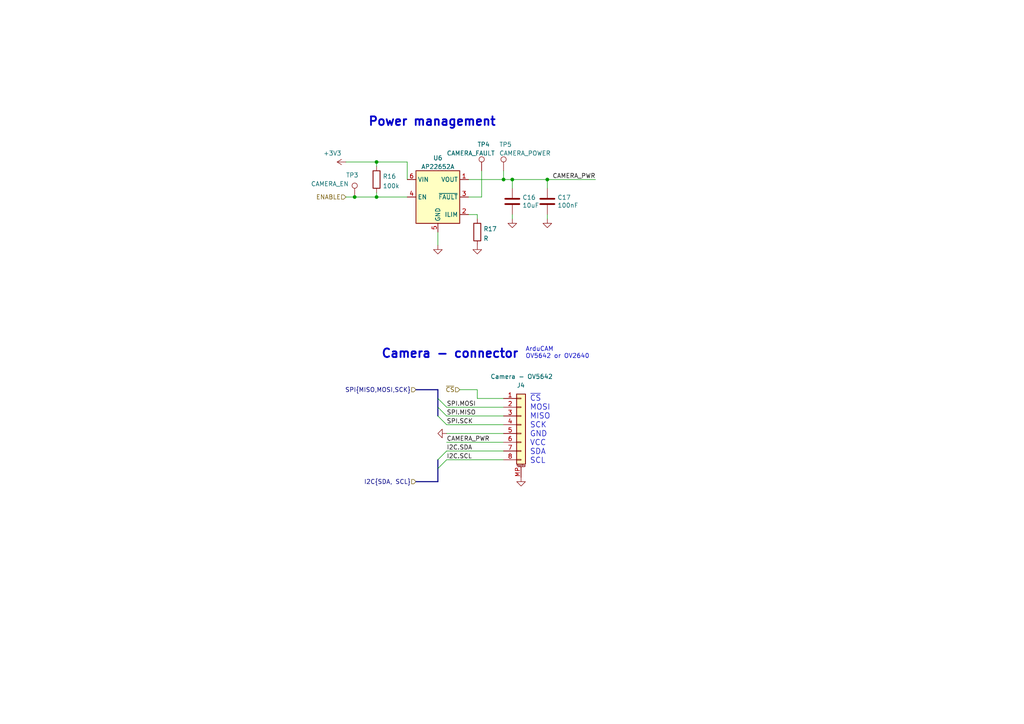
<source format=kicad_sch>
(kicad_sch (version 20211123) (generator eeschema)
  (paper "A4")
  (title_block (title "BUTCube - Flight controller") (date "2022-03-11") (rev "v1.0") (comment 1 "Author: Petr Malaník"))
  (lib_symbols
    (symbol "Connector:TestPoint" (pin_numbers hide) (pin_names (offset 0.762) hide)
      (property "Reference" "TP" (at 0 6.858 0))
      (property "Value" "TestPoint" (at 0 5.08 0))
      (symbol "TestPoint_0_1"
        (circle (center 0 3.302) (radius 0.762))
      )
      (symbol "TestPoint_1_1"
        (pin passive line (at 0 0 90) (length 2.54) (name "1") (number "1"))
      )
    )
    (symbol "Connector_Generic_MountingPin:Conn_01x08_MountingPin" (pin_names (offset 1.016) hide)
      (property "Reference" "J" (at 0 10.16 0))
      (property "Value" "Conn_01x08_MountingPin" (at 1.27 -12.7 0))
      (symbol "Conn_01x08_MountingPin_1_1"
        (rectangle (start -1.27 -10.033) (end 0 -10.287) (stroke (width 0.1524)))
        (rectangle (start -1.27 -7.493) (end 0 -7.747) (stroke (width 0.1524)))
        (rectangle (start -1.27 -4.953) (end 0 -5.207) (stroke (width 0.1524)))
        (rectangle (start -1.27 -2.413) (end 0 -2.667) (stroke (width 0.1524)))
        (rectangle (start -1.27 0.127) (end 0 -0.127) (stroke (width 0.1524)))
        (rectangle (start -1.27 2.667) (end 0 2.413) (stroke (width 0.1524)))
        (rectangle (start -1.27 5.207) (end 0 4.953) (stroke (width 0.1524)))
        (rectangle (start -1.27 7.747) (end 0 7.493) (stroke (width 0.1524)))
        (rectangle (start -1.27 8.89) (end 1.27 -11.43) (stroke (width 0.254)) (fill (type background)))
        (polyline (pts (xy -1.016 -12.192) (xy 1.016 -12.192)) (stroke (width 0.1524)))
        (text "Mounting" (at 0 -11.811 0) (effects (font (size 0.381 0.381))))
        (pin passive line (at -5.08 7.62 0) (length 3.81) (name "Pin_1") (number "1"))
        (pin passive line (at -5.08 5.08 0) (length 3.81) (name "Pin_2") (number "2"))
        (pin passive line (at -5.08 2.54 0) (length 3.81) (name "Pin_3") (number "3"))
        (pin passive line (at -5.08 0 0) (length 3.81) (name "Pin_4") (number "4"))
        (pin passive line (at -5.08 -2.54 0) (length 3.81) (name "Pin_5") (number "5"))
        (pin passive line (at -5.08 -5.08 0) (length 3.81) (name "Pin_6") (number "6"))
        (pin passive line (at -5.08 -7.62 0) (length 3.81) (name "Pin_7") (number "7"))
        (pin passive line (at -5.08 -10.16 0) (length 3.81) (name "Pin_8") (number "8"))
        (pin passive line (at 0 -15.24 90) (length 3.048) (name "MountPin") (number "MP"))
      )
    )
    (symbol "Device:C" (pin_numbers hide) (pin_names (offset 0.254))
      (property "Reference" "C" (at 0.635 2.54 0))
      (property "Value" "C" (at 0.635 -2.54 0))
      (symbol "C_0_1"
        (polyline (pts (xy -2.032 -0.762) (xy 2.032 -0.762)) (stroke (width 0.508)))
        (polyline (pts (xy -2.032 0.762) (xy 2.032 0.762)) (stroke (width 0.508)))
      )
      (symbol "C_1_1"
        (pin passive line (at 0 3.81 270) (length 2.794) (name "~") (number "1"))
        (pin passive line (at 0 -3.81 90) (length 2.794) (name "~") (number "2"))
      )
    )
    (symbol "Device:R" (pin_numbers hide) (pin_names (offset 0))
      (property "Reference" "R" (at 2.032 0 90))
      (property "Value" "R" (at 0 0 90))
      (symbol "R_0_1"
        (rectangle (start -1.016 -2.54) (end 1.016 2.54) (stroke (width 0.254)))
      )
      (symbol "R_1_1"
        (pin passive line (at 0 3.81 270) (length 1.27) (name "~") (number "1"))
        (pin passive line (at 0 -3.81 90) (length 1.27) (name "~") (number "2"))
      )
    )
    (symbol "TCY_power_management:AP22653"
      (property "Reference" "U" (at 8.89 7.62 0))
      (property "Value" "AP22653" (at 0 7.62 0))
      (symbol "AP22653_0_1"
        (rectangle (start -6.35 5.08) (end 6.35 -10.16) (stroke (width 0.254)) (fill (type background)))
      )
      (symbol "AP22653_1_1"
        (pin power_out line (at 8.89 2.54 180) (length 2.54) (name "VOUT") (number "1"))
        (pin passive line (at 8.89 -7.62 180) (length 2.54) (name "ILIM") (number "2"))
        (pin output line (at 8.89 -2.54 180) (length 2.54) (name "~{FAULT}") (number "3"))
        (pin input line (at -8.89 -2.54 0) (length 2.54) (name "EN") (number "4"))
        (pin passive line (at 0 -12.7 90) (length 2.54) (name "GND") (number "5"))
        (pin power_in line (at -8.89 2.54 0) (length 2.54) (name "VIN") (number "6"))
        (pin passive line (at 0 -12.7 90) (length 2.54) hide (name "E_PAD") (number "7"))
      )
    )
    (symbol "power:+3V3" (power) (pin_names (offset 0))
      (property "Value" "+3V3" (at 0 3.556 0))
      (symbol "+3V3_0_1"
        (polyline (pts (xy -0.762 1.27) (xy 0 2.54)))
        (polyline (pts (xy 0 0) (xy 0 2.54)))
        (polyline (pts (xy 0 2.54) (xy 0.762 1.27)))
      )
      (symbol "+3V3_1_1"
        (pin power_in line (at 0 0 90) (length 0) hide (name "+3V3") (number "1"))
      )
    )
    (symbol "power:GND" (power) (pin_names (offset 0))
      (property "Value" "GND" (at 0 -3.81 0))
      (symbol "GND_0_1"
        (polyline (pts (xy 0 0) (xy 0 -1.27) (xy 1.27 -1.27) (xy 0 -2.54) (xy -1.27 -1.27) (xy 0 -1.27)))
      )
      (symbol "GND_1_1"
        (pin power_in line (at 0 0 270) (length 0) hide (name "GND") (number "1"))
      )
    )
  )
  (junction (at 102.87 57.15))
  (junction (at 109.22 46.99))
  (junction (at 158.75 52.07))
  (junction (at 109.22 57.15))
  (junction (at 146.05 52.07) (diameter 0.9144))
  (junction (at 148.59 52.07))
  (bus_entry (at 127 133.35) (size 2.54 -2.54))
  (bus_entry (at 127 135.89) (size 2.54 -2.54))
  (bus_entry (at 127 118.11) (size 2.54 2.54))
  (bus_entry (at 127 120.65) (size 2.54 2.54))
  (bus_entry (at 127 115.57) (size 2.54 2.54))
  (bus (pts (xy 127 113.03) (xy 127 115.57)))
  (bus (pts (xy 127 115.57) (xy 127 118.11)))
  (wire (pts (xy 109.22 46.99) (xy 109.22 48.26)))
  (wire (pts (xy 148.59 62.23) (xy 148.59 63.5)))
  (wire (pts (xy 135.89 57.15) (xy 139.7 57.15)))
  (wire (pts (xy 118.11 46.99) (xy 118.11 52.07)))
  (bus (pts (xy 120.65 139.7) (xy 127 139.7)))
  (wire (pts (xy 129.54 118.11) (xy 146.05 118.11)))
  (wire (pts (xy 158.75 62.23) (xy 158.75 63.5)))
  (wire (pts (xy 109.22 46.99) (xy 118.11 46.99)))
  (wire (pts (xy 135.89 52.07) (xy 146.05 52.07)))
  (wire (pts (xy 129.54 128.27) (xy 146.05 128.27)))
  (wire (pts (xy 129.54 125.73) (xy 146.05 125.73)))
  (wire (pts (xy 127 67.31) (xy 127 71.12)))
  (wire (pts (xy 102.87 57.15) (xy 109.22 57.15)))
  (bus (pts (xy 120.65 113.03) (xy 127 113.03)))
  (wire (pts (xy 109.22 57.15) (xy 118.11 57.15)))
  (wire (pts (xy 139.7 49.53) (xy 139.7 57.15)))
  (bus (pts (xy 127 135.89) (xy 127 139.7)))
  (wire (pts (xy 138.43 62.23) (xy 138.43 63.5)))
  (wire (pts (xy 135.89 62.23) (xy 138.43 62.23)))
  (wire (pts (xy 109.22 55.88) (xy 109.22 57.15)))
  (wire (pts (xy 146.05 52.07) (xy 148.59 52.07)))
  (bus (pts (xy 127 133.35) (xy 127 135.89)))
  (bus (pts (xy 127 118.11) (xy 127 120.65)))
  (wire (pts (xy 129.54 123.19) (xy 146.05 123.19)))
  (wire (pts (xy 146.05 49.53) (xy 146.05 52.07)))
  (wire (pts (xy 148.59 52.07) (xy 148.59 54.61)))
  (wire (pts (xy 129.54 130.81) (xy 146.05 130.81)))
  (wire (pts (xy 138.43 113.03) (xy 138.43 115.57)))
  (wire (pts (xy 133.35 113.03) (xy 138.43 113.03)))
  (wire (pts (xy 146.05 115.57) (xy 138.43 115.57)))
  (wire (pts (xy 129.54 133.35) (xy 146.05 133.35)))
  (wire (pts (xy 148.59 52.07) (xy 158.75 52.07)))
  (wire (pts (xy 100.33 57.15) (xy 102.87 57.15)))
  (wire (pts (xy 158.75 52.07) (xy 158.75 54.61)))
  (wire (pts (xy 129.54 120.65) (xy 146.05 120.65)))
  (wire (pts (xy 100.33 46.99) (xy 109.22 46.99)))
  (wire (pts (xy 158.75 52.07) (xy 172.72 52.07)))
  (text "ArduCAM\nOV5642 or OV2640" (at 152.4 104.14 0) (effects (font (size 1.27 1.27)) (justify left bottom)))
  (text "~{CS}\nMOSI\nMISO\nSCK\nGND\nVCC\nSDA\nSCL" (at 153.67 134.62 0) (effects (font (size 1.6 1.6)) (justify left bottom)))
  (text "Power management" (at 106.68 36.83 0) (effects (font (size 2.5 2.5) (thickness 0.5) bold) (justify left bottom)))
  (text "Camera - connector" (at 110.49 104.14 0) (effects (font (size 2.5 2.5) (thickness 0.5) bold) (justify left bottom)))
  (label "I2C.SCL" (at 129.54 133.35 0))
  (label "CAMERA_PWR" (at 129.54 128.27 0))
  (label "SPI.MISO" (at 129.54 120.65 0))
  (label "SPI.MOSI" (at 129.54 118.11 0))
  (label "SPI.SCK" (at 129.54 123.19 0))
  (label "CAMERA_PWR" (at 172.72 52.07 180))
  (label "I2C.SDA" (at 129.54 130.81 0))
  (hierarchical_label "I2C{SDA, SCL}" (shape input) (at 120.65 139.7 180))
  (hierarchical_label "~{CS}" (shape input) (at 133.35 113.03 180))
  (hierarchical_label "ENABLE" (shape input) (at 100.33 57.15 180))
  (hierarchical_label "SPI{MISO,MOSI,SCK}" (shape input) (at 120.65 113.03 180))
  (symbol (lib_id "power:GND") (at 151.13 138.43 0) (unit 1)
    (property "Reference" "#PWR048" (effects hide))
    (property "Value" "GND" (effects hide))
  )
  (symbol (lib_id "Connector_Generic_MountingPin:Conn_01x08_MountingPin") (at 151.13 123.19 0) (unit 1)
    (property "Reference" "J4" (at 149.86 111.76 0) (effects (justify left)))
    (property "Value" "Camera - OV5642" (at 142.24 109.22 0) (effects (justify left)))
  )
  (symbol (lib_id "power:GND") (at 127 71.12 0) (unit 1)
    (property "Reference" "#PWR044" (effects hide))
    (property "Value" "GND" (effects hide))
  )
  (symbol (lib_id "power:GND") (at 148.59 63.5 0) (unit 1)
    (property "Reference" "#PWR047" (effects hide))
    (property "Value" "GND" (effects hide))
  )
  (symbol (lib_id "Connector:TestPoint") (at 102.87 57.15 0) (unit 1)
    (property "Reference" "TP3" (at 100.33 50.8 0) (effects (justify left)))
    (property "Value" "CAMERA_EN" (at 90.17 53.34 0) (effects (justify left)))
    (property "Footprint" "TCY_connectors:TestPoint_Pad_D0.5mm" (effects hide))
  )
  (symbol (lib_id "Device:C") (at 148.59 58.42 0) (unit 1)
    (property "Reference" "C16" (at 151.5111 57.2706 0) (effects (justify left)))
    (property "Value" "10uF" (at 151.511 59.569 0) (effects (justify left)))
    (property "Footprint" "Capacitor_SMD:C_0805_2012Metric" (effects hide))
  )
  (symbol (lib_id "power:GND") (at 129.54 125.73 270) (unit 1)
    (property "Reference" "#PWR045" (effects hide))
    (property "Value" "GND" (effects hide))
  )
  (symbol (lib_id "Device:R") (at 138.43 67.31 0) (unit 1)
    (property "Reference" "R17" (at 140.2081 66.4015 0) (effects (justify left)))
    (property "Value" "R" (at 140.2081 69.1766 0) (effects (justify left)))
    (property "Footprint" "TCY_passives:R_0603_1608Metric" (effects hide))
  )
  (symbol (lib_id "Device:R") (at 109.22 52.07 0) (unit 1)
    (property "Reference" "R16" (at 110.9981 51.1615 0) (effects (justify left)))
    (property "Value" "100k" (at 110.9981 53.9366 0) (effects (justify left)))
    (property "Footprint" "TCY_passives:R_0603_1608Metric" (effects hide))
  )
  (symbol (lib_id "power:+3V3") (at 100.33 46.99 90) (unit 1)
    (property "Reference" "#PWR043" (effects hide))
    (property "Value" "+3V3" (at 99.06 44.45 90) (effects (justify left)))
  )
  (symbol (lib_id "Connector:TestPoint") (at 139.7 49.53 0) (unit 1)
    (property "Reference" "TP4" (at 138.43 41.91 0) (effects (justify left)))
    (property "Value" "CAMERA_FAULT" (at 129.54 44.45 0) (effects (justify left)))
    (property "Footprint" "TCY_connectors:TestPoint_Pad_D0.5mm" (effects hide))
  )
  (symbol (lib_id "Connector:TestPoint") (at 146.05 49.53 0) (unit 1)
    (property "Reference" "TP5" (at 144.78 41.91 0) (effects (justify left)))
    (property "Value" "CAMERA_POWER" (at 144.78 44.45 0) (effects (justify left)))
    (property "Footprint" "TCY_connectors:TestPoint_Pad_D0.5mm" (effects hide))
  )
  (symbol (lib_id "Device:C") (at 158.75 58.42 0) (unit 1)
    (property "Reference" "C17" (at 161.6711 57.2706 0) (effects (justify left)))
    (property "Value" "100nF" (at 161.671 59.569 0) (effects (justify left)))
    (property "Footprint" "TCY_passives:C_0603_1608Metric" (effects hide))
  )
  (symbol (lib_id "power:GND") (at 158.75 63.5 0) (unit 1)
    (property "Reference" "#PWR049" (effects hide))
    (property "Value" "GND" (effects hide))
  )
  (symbol (lib_id "power:GND") (at 138.43 71.12 0) (unit 1)
    (property "Reference" "#PWR046" (effects hide))
    (property "Value" "GND" (effects hide))
  )
  (symbol (lib_id "TCY_power_management:AP22653") (at 127 54.61 0) (unit 1)
    (property "Reference" "U6" (at 127 45.8302 0))
    (property "Value" "AP22652A" (at 127 48.3671 0))
    (property "Footprint" "Package_DFN_QFN:DFN-6-1EP_2x2mm_P0.65mm_EP1x1.6mm" (effects hide))
    (property "Datasheet" "https://www.diodes.com/assets/Datasheets/AP22652_53_52A_53A.pdf" (effects hide))
  )
)
</source>
